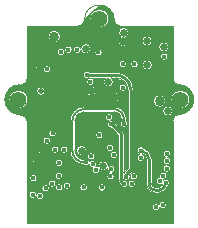
<source format=gbr>
G04 EasyPC Gerber Version 21.0.3 Build 4286 *
G04 #@! TF.Part,Single*
G04 #@! TF.FileFunction,Copper,L4,Inr *
G04 #@! TF.FilePolarity,Positive *
%FSLAX35Y35*%
%MOIN*%
%ADD10C,0.00001*%
%ADD17C,0.00800*%
%ADD19C,0.01000*%
%ADD16C,0.01100*%
G04 #@! TA.AperFunction,ViaPad*
%ADD12C,0.01700*%
%ADD14C,0.02000*%
%ADD13C,0.02600*%
%ADD15C,0.03400*%
G04 #@! TA.AperFunction,WasherPad*
%ADD11C,0.05500*%
X0Y0D02*
D02*
D10*
X63284Y41250D02*
G75*
G03X58284Y46250I-5000D01*
G01*
G75*
G02X56284Y48250J2000*
G01*
Y65750*
X38784*
G75*
G02X36784Y67750J2000*
G01*
G75*
G03X26784I-5000*
G01*
G75*
G02X24784Y65750I-2000*
G01*
X7784*
Y48250*
G75*
G02X5784Y46250I-2000*
G01*
X5284*
G75*
G03X250Y41216J-5034*
G01*
Y41216*
Y41215*
G75*
G03X5284Y36181I5034*
G01*
X5353*
G75*
G02X7784Y33750J-2431*
G01*
Y250*
X56284*
Y34250*
G75*
G02X58284Y36250I2000*
G01*
G75*
G03X63284Y41250J5000*
G01*
X42234Y53050D02*
G75*
G02X44734I1250D01*
G01*
G75*
G02X42234I-1250*
G01*
X53101Y14335D02*
G75*
G02X55234Y13450I883J-885D01*
G01*
G75*
G02X54728Y12445I-1250*
G01*
G75*
G02X51584Y10150I-3143J1005*
G01*
X50384*
G75*
G02X47384Y13150J3000*
G01*
Y21550*
G75*
G03X46279Y23211I-1800*
G01*
G75*
G02X45934Y23050I-694J1039*
G01*
G75*
G02X46834Y21850I-350J-1200*
G01*
G75*
G02X44334I-1250*
G01*
G75*
G02X45234Y23050I1250*
G01*
G75*
G02X44334Y24250I350J1200*
G01*
G75*
G02X46576Y25011I1250*
G01*
G75*
G02X49184Y21550I-991J-3461*
G01*
Y21550*
Y13150*
G75*
G03X50384Y11950I1200*
G01*
X51584*
G75*
G03X52928Y12782J1500*
G01*
G75*
G02X52767Y13165I1057J667*
G01*
G75*
G02X50634Y14050I-883J885*
G01*
G75*
G02X51963Y15298I1250*
G01*
G75*
G02X51834Y15850I1121J552*
G01*
G75*
G02X54334I1250*
G01*
G75*
G02X53006Y14602I-1250*
G01*
G75*
G02X53101Y14335I-1120J-552*
G01*
X51639Y6157D02*
G75*
G02X54134Y6050I1245J-107D01*
G01*
G75*
G02X51930Y5243I-1250*
G01*
G75*
G02X49434Y5350I-1245J107*
G01*
G75*
G02X51639Y6157I1250*
G01*
X45984Y60750D02*
G75*
G02X49384I1700D01*
G01*
G75*
G02X45984I-1700*
G01*
X46084Y52750D02*
G75*
G02X49484I1700D01*
G01*
G75*
G02X46084I-1700*
G01*
X49784Y40750D02*
G75*
G02X53984I2100D01*
G01*
G75*
G02X49784I-2100*
G01*
X52884Y37450D02*
G75*
G02X56284I1700D01*
G01*
G75*
G02X52884I-1700*
G01*
X54284Y19500D02*
G75*
G02X55534Y18250J-1250D01*
G01*
G75*
G02X53034I-1250*
G01*
G75*
G02X54284Y19500I1250*
G01*
X53034Y23189D02*
G75*
G02X55534I1250D01*
G01*
G75*
G02X54559Y21969I-1250*
G01*
G75*
G02X55534Y20750I-275J-1219*
G01*
G75*
G02X54284Y19500I-1250*
G01*
G75*
G02X53034Y20750J1250*
G01*
G75*
G02X54009Y21969I1250*
G01*
G75*
G02X53034Y23189I275J1219*
G01*
X51584Y58750D02*
G75*
G02X54984I1700D01*
G01*
G75*
G02X51584I-1700*
G01*
X52134Y55550D02*
G75*
G02X54634I1250D01*
G01*
G75*
G02X52134I-1250*
G01*
X55634Y41250D02*
G75*
G02X61934I3150D01*
G01*
G75*
G02X55634I-3150*
G01*
X38300Y60350D02*
G75*
G03X39384Y59265I1285J200D01*
G01*
Y58862*
G75*
G02X37896Y60350I200J1689*
G01*
X38300*
X38334Y53050D02*
G75*
G02X40834I1250D01*
G01*
G75*
G02X38334I-1250*
G01*
X38184Y63550D02*
G75*
G02X41584I1700D01*
G01*
G75*
G02X40516Y61972I-1700*
G01*
G75*
G02X41272Y60750I-932J-1422*
G01*
X40869*
G75*
G03X39784Y61835I-1285J-200*
G01*
Y61853*
G75*
G02X39384Y61925I101J1697*
G01*
Y61835*
G75*
G03X38300Y60750I200J-1285*
G01*
X37896*
G75*
G02X38952Y62128I1689J-200*
G01*
G75*
G02X38184Y63550I932J1422*
G01*
X40869Y60350D02*
X41272D01*
G75*
G02X39784Y58862I-1689J200*
G01*
Y59265*
G75*
G03X40869Y60350I-200J1285*
G01*
X28634Y68250D02*
G75*
G02X34934I3150D01*
G01*
G75*
G02X28634I-3150*
G01*
X30234Y56950D02*
G75*
G02X32734I1250D01*
G01*
G75*
G02X30234I-1250*
G01*
X10831Y9633D02*
G75*
G02X13234Y9150I1153J-483D01*
G01*
G75*
G02X10737Y9067I-1250*
G01*
G75*
G02X8334Y9550I-1153J483*
G01*
G75*
G02X10831Y9633I1250*
G01*
X8534Y15050D02*
G75*
G02X11034I1250D01*
G01*
G75*
G02X8534I-1250*
G01*
X9096Y21950D02*
G75*
G03X10584Y20462I1689J200D01*
G01*
Y20059*
G75*
G02X8694Y21950I200J2091*
G01*
X9096*
X8694Y22350D02*
G75*
G02X10584Y24241I2091J-200D01*
G01*
Y23838*
G75*
G03X9096Y22350I200J-1689*
G01*
X8694*
X10858Y50950D02*
G75*
G03X11484Y50324I827J201D01*
G01*
Y49916*
G75*
G02X10450Y50950I200J1234*
G01*
X10858*
X10884Y44050D02*
G75*
G02X13684I1400D01*
G01*
G75*
G02X10884I-1400*
G01*
X12472Y21950D02*
X12875D01*
G75*
G02X10984Y20059I-2091J200*
G01*
Y20462*
G75*
G03X12472Y21950I-200J1689*
G01*
X12634Y11650D02*
G75*
G02X15134I1250D01*
G01*
G75*
G02X12634I-1250*
G01*
X10984Y24241D02*
G75*
G02X12875Y22350I-200J-2091D01*
G01*
X12472*
G75*
G03X10984Y23838I-1689J-200*
G01*
Y24241*
X13034Y27550D02*
G75*
G02X15534I1250D01*
G01*
G75*
G02X13034I-1250*
G01*
X14834Y13250D02*
G75*
G02X17334I1250D01*
G01*
G75*
G02X14834I-1250*
G01*
X17134Y11950D02*
G75*
G02X19634I1250D01*
G01*
G75*
G02X17134I-1250*
G01*
X10450Y51350D02*
G75*
G02X11484Y52384I1234J-200D01*
G01*
Y51976*
G75*
G03X10858Y51350I201J-827*
G01*
X10450*
X12510Y50950D02*
X12918D01*
G75*
G02X11884Y49916I-1234J200*
G01*
Y50324*
G75*
G03X12510Y50950I-201J827*
G01*
X11884Y52384D02*
G75*
G02X12918Y51350I-200J-1234D01*
G01*
X12510*
G75*
G03X11884Y51976I-827J-201*
G01*
Y52384*
X13134Y51350D02*
G75*
G02X15634I1250D01*
G01*
G75*
G02X13134I-1250*
G01*
X14934Y29950D02*
G75*
G02X17434I1250D01*
G01*
G75*
G02X14934I-1250*
G01*
X15834Y24550D02*
G75*
G02X18334I1250D01*
G01*
G75*
G02X15834I-1250*
G01*
X17034Y15850D02*
G75*
G02X19534I1250D01*
G01*
G75*
G02X17034I-1250*
G01*
X17134Y20150D02*
G75*
G02X19634I1250D01*
G01*
G75*
G02X17134I-1250*
G01*
X14684Y62250D02*
G75*
G02X18884I2100D01*
G01*
G75*
G02X14684I-2100*
G01*
X17734Y57050D02*
G75*
G02X20234I1250D01*
G01*
G75*
G02X17734I-1250*
G01*
X18834Y24550D02*
G75*
G02X21334I1250D01*
G01*
G75*
G02X18834I-1250*
G01*
X19734Y12550D02*
G75*
G02X22234I1250D01*
G01*
G75*
G02X19734I-1250*
G01*
X20234Y57850D02*
G75*
G02X22734I1250D01*
G01*
G75*
G02X20234I-1250*
G01*
X40784Y34211D02*
G75*
G02X41234Y33250I-800J-961D01*
G01*
G75*
G02X38734I-1250*
G01*
G75*
G02X39184Y34211I1250*
G01*
Y34750*
G75*
G03X36684Y37250I-2500*
G01*
X26684*
G75*
G03X23584Y34150J-3100*
G01*
Y34150*
Y24250*
Y24250*
G75*
G03X26340Y21169I3100*
G01*
G75*
G02X28532Y20425I944J-819*
G01*
G75*
G02X30834Y19750I1052J-675*
G01*
G75*
G02X30581Y18996I-1250*
G01*
G75*
G02X31431Y18752I103J-1246*
G01*
G75*
G02X31384Y19150I1653J398*
G01*
G75*
G02X34784I1700*
G01*
G75*
G02X34729Y18720I-1700J-1*
G01*
G75*
G02X37034Y18050I1055J-670*
G01*
G75*
G02X35948Y16811I-1250*
G01*
G75*
G02X36734Y15650I-464J-1161*
G01*
G75*
G02X34234I-1250*
G01*
G75*
G02X35320Y16889I1250*
G01*
G75*
G02X34534Y18050I464J1161*
G01*
G75*
G02X34561Y18308I1250J1*
G01*
G75*
G02X31924Y17907I-1477J842*
G01*
G75*
G02X31934Y17750I-1239J-157*
G01*
G75*
G02X29434I-1250*
G01*
G75*
G02X29687Y18504I1250*
G01*
G75*
G02X28337Y19675I-103J1246*
G01*
G75*
G02X26311Y19565I-1052J675*
G01*
G75*
G02X21984Y24250I373J4685*
G01*
Y34150*
G75*
G02X26684Y38850I4700*
G01*
X36684*
G75*
G02X40784Y34750J-4100*
G01*
Y34750*
Y34211*
X43134Y17930D02*
G75*
G02X42816Y17220I-950J0D01*
G01*
G75*
G02X42728Y17151I-631J711*
G01*
X41823Y16245*
G75*
G02X42034Y15550I-1039J-696*
G01*
G75*
G02X40434Y14350I-1250*
G01*
G75*
G02X39884Y14683I350J1200*
G01*
Y14384*
G75*
G02X40434Y14350I200J-1234*
G01*
G75*
G02X41334Y13150I-350J-1200*
G01*
G75*
G02X38966Y12592I-1250*
G01*
G75*
G02X38084Y14250I1119J1658*
G01*
Y29578*
X35936Y31726*
G75*
G02X34434Y32950I-252J1224*
G01*
G75*
G02X35149Y34080I1250*
G01*
G75*
G02X33834Y35328I-65J1248*
G01*
G75*
G02X36334I1250*
G01*
G75*
G02X35619Y34198I-1250*
G01*
G75*
G02X36874Y33332I65J-1248*
G01*
X39620Y30586*
G75*
G02X39884Y29950I-634J-636*
G01*
Y29950*
Y16854*
G75*
G02X40113Y17222I902J-304*
G01*
X41234Y18343*
Y33250*
Y44550*
G75*
G03X37284Y48500I-3950*
G01*
X35803*
G75*
G02X36484Y47139I-1019J-1361*
G01*
G75*
G02X33084I-1700*
G01*
G75*
G02X33766Y48500I1700*
G01*
X28397*
G75*
G02X26334Y49450I-813J950*
G01*
G75*
G02X28397Y50400I1250*
G01*
X37284*
G75*
G02X43134Y44550J-5850*
G01*
Y17950*
Y17930*
X41334Y13150D02*
G75*
G02X43834I1250D01*
G01*
G75*
G02X41334I-1250*
G01*
X38334Y45250D02*
G75*
G02X40834I1250D01*
G01*
G75*
G02X38334I-1250*
G01*
X39669Y42050D02*
X40072D01*
G75*
G02X38584Y40562I-1689J200*
G01*
Y40965*
G75*
G03X39669Y42050I-200J1285*
G01*
X38584Y43938D02*
G75*
G02X40072Y42450I-200J-1689D01*
G01*
X39669*
G75*
G03X38584Y43535I-1285J-200*
G01*
Y43938*
X37100Y42050D02*
G75*
G03X38184Y40965I1285J200D01*
G01*
Y40562*
G75*
G02X36696Y42050I200J1689*
G01*
X37100*
X36696Y42450D02*
G75*
G02X38184Y43938I1689J-200D01*
G01*
Y43535*
G75*
G03X37100Y42450I200J-1285*
G01*
X36696*
X27800Y43850D02*
G75*
G03X28884Y42765I1285J200D01*
G01*
Y42362*
G75*
G02X27396Y43850I200J1689*
G01*
X27800*
X27396Y44250D02*
G75*
G02X28884Y45738I1689J-200D01*
G01*
Y45335*
G75*
G03X27800Y44250I200J-1285*
G01*
X27396*
X27534Y47139D02*
G75*
G02X30034I1250D01*
G01*
G75*
G02X27534I-1250*
G01*
X30369Y43850D02*
X30772D01*
G75*
G02X29284Y42362I-1689J200*
G01*
Y42765*
G75*
G03X30369Y43850I-200J1285*
G01*
X29284Y45738D02*
G75*
G02X30772Y44250I-200J-1689D01*
G01*
X30369*
G75*
G03X29284Y45335I-1285J-200*
G01*
Y45738*
X42034Y15650D02*
G75*
G02X44534I1250D01*
G01*
G75*
G02X42034I-1250*
G01*
X34134Y25150D02*
G75*
G02X36634I1250D01*
G01*
G75*
G02X34134I-1250*
G01*
X35334Y22750D02*
G75*
G02X37834I1250D01*
G01*
G75*
G02X35334I-1250*
G01*
X27834Y22290D02*
G75*
G02X30334I1250D01*
G01*
G75*
G02X27834I-1250*
G01*
X30534Y29350D02*
G75*
G02X33034I1250D01*
G01*
G75*
G02X30534I-1250*
G01*
X24162Y24250D02*
G75*
G02X27562I1700D01*
G01*
G75*
G02X24162I-1700*
G01*
X31434Y11950D02*
G75*
G02X33934I1250D01*
G01*
G75*
G02X31434I-1250*
G01*
X25334D02*
G75*
G02X27834I1250D01*
G01*
G75*
G02X25334I-1250*
G01*
X25585Y58198D02*
G75*
G02X28984Y58150I1699J-48D01*
G01*
G75*
G02X25631Y57756I-1700*
G01*
G75*
G02X23134Y57850I-1246J94*
G01*
G75*
G02X25585Y58198I1250*
G01*
X1634Y41250D02*
G75*
G02X7934I3150D01*
G01*
G75*
G02X1634I-3150*
G01*
X56284Y5700D02*
G36*
X54084D01*
G75*
G02X51930Y5243I-1200J350*
G01*
G75*
G02X49434Y5350I-1245J107*
G01*
G75*
G02X49484Y5700I1250*
G01*
X7784*
Y250*
X56284*
Y5700*
G37*
Y9350D02*
G36*
X13218D01*
G75*
G02X13234Y9150I-1235J-200*
G01*
G75*
G02X10737Y9067I-1250*
G01*
G75*
G02X8350Y9350I-1153J483*
G01*
X7784*
Y5700*
X49484*
G75*
G02X51639Y6157I1200J-350*
G01*
G75*
G02X54134Y6050I1245J-107*
G01*
G75*
G02X54084Y5700I-1250*
G01*
X56284*
Y9350*
G37*
Y11650D02*
G36*
X54350D01*
G75*
G02X51584Y10150I-2766J1800*
G01*
X50384*
G75*
G02X47786Y11650I0J3000*
G01*
X33898*
G75*
G02X31471I-1213J300*
G01*
X27798*
G75*
G02X25371I-1213J300*
G01*
X21852*
G75*
G02X20117I-867J900*
G01*
X19598*
G75*
G02X17171I-1213J300*
G01*
X15134*
G75*
G02X12634I-1250*
G01*
X7784*
Y9350*
X8350*
G75*
G02X8334Y9550I1235J200*
G01*
G75*
G02X10831Y9633I1250*
G01*
G75*
G02X13218Y9350I1153J-483*
G01*
X56284*
Y11650*
G37*
X19949Y13250D02*
G36*
X17334D01*
G75*
G02X14834I-1250*
G01*
X7784*
Y11650*
X12634*
G75*
G02X15134I1250*
G01*
X17171*
G75*
G02X17134Y11950I1213J300*
G01*
G75*
G02X19634I1250*
G01*
G75*
G02X19598Y11650I-1250J0*
G01*
X20117*
G75*
G02X19734Y12550I867J900*
G01*
G75*
G02X19949Y13250I1250J0*
G01*
G37*
X41338D02*
G36*
X41330D01*
G75*
G02X41334Y13150I-1244J-99*
G01*
G75*
G02X41338Y13250I1248J0*
G01*
G37*
X47786Y11650D02*
G36*
G75*
G02X47384Y13150I2598J1499D01*
G01*
Y13150*
Y13250*
X43830*
G75*
G02X43834Y13150I-1246J-99*
G01*
G75*
G02X41334I-1250*
G01*
G75*
G02X38966Y12592I-1250*
G01*
G75*
G02X38352Y13250I1119J1658*
G01*
X22020*
G75*
G02X22234Y12550I-1035J-700*
G01*
G75*
G02X21852Y11650I-1250*
G01*
X25371*
G75*
G02X25334Y11950I1213J300*
G01*
G75*
G02X27834I1250*
G01*
G75*
G02X27798Y11650I-1250J0*
G01*
X31471*
G75*
G02X31434Y11950I1213J300*
G01*
G75*
G02X33934I1250*
G01*
G75*
G02X33898Y11650I-1250J0*
G01*
X47786*
G37*
X50924Y13250D02*
G36*
X49184D01*
Y13150*
Y13150*
G75*
G03X50384Y11950I1200*
G01*
X51584*
G75*
G03X52928Y12782I0J1500*
G01*
G75*
G02X52767Y13165I1059J669*
G01*
G75*
G02X50924Y13250I-883J885*
G01*
G37*
X56284D02*
G36*
X55218D01*
G75*
G02X54728Y12445I-1233J200*
G01*
G75*
G02X54350Y11650I-3143J1004*
G01*
X56284*
Y13250*
G37*
X38084Y15050D02*
G36*
X36581D01*
G75*
G02X34388I-1096J600*
G01*
X19245*
G75*
G02X17324I-961J800*
G01*
X11034*
G75*
G02X8534I-1250*
G01*
X7784*
Y13250*
X14834*
G75*
G02X17334I1250*
G01*
X19949*
G75*
G02X22020I1035J-700*
G01*
X38352*
G75*
G02X38084Y14250I1732J1000*
G01*
Y15050*
G37*
X47384D02*
G36*
X44381D01*
G75*
G02X42188I-1096J600*
G01*
X41930*
G75*
G02X39884Y14683I-1146J500*
G01*
Y14384*
G75*
G02X41330Y13250I200J-1234*
G01*
X41338*
G75*
G02X43830I1246J-100*
G01*
X47384*
Y15050*
G37*
X50924Y13250D02*
G36*
G75*
G02X50634Y14050I961J800D01*
G01*
G75*
G02X51134Y15050I1250*
G01*
X49184*
Y13250*
X50924*
G37*
X56284Y15050D02*
G36*
X54045D01*
G75*
G02X53006Y14602I-961J800*
G01*
G75*
G02X53101Y14335I-1121J-552*
G01*
G75*
G02X55234Y13450I883J-885*
G01*
Y13450*
G75*
G02X55218Y13250I-1249J0*
G01*
X56284*
Y15050*
G37*
X34555Y17825D02*
G36*
X34149D01*
G75*
G02X32019I-1065J1325*
G01*
X31932*
G75*
G02X31934Y17753I-1207J-69*
G01*
G75*
G02Y17750I-1203J-2*
G01*
G75*
G02X29434I-1250*
G01*
Y17750*
G75*
G02X29437Y17825I1250J-2*
G01*
X7784*
Y15050*
X8534*
G75*
G02X11034I1250*
G01*
X17324*
G75*
G02X17034Y15850I961J800*
G01*
G75*
G02X19534I1250*
G01*
G75*
G02X19245Y15050I-1250J0*
G01*
X34388*
G75*
G02X34234Y15650I1096J600*
G01*
Y15650*
G75*
G02X35320Y16889I1250*
G01*
G75*
G02X34555Y17825I463J1161*
G01*
G37*
X38084Y15050D02*
G36*
Y17825D01*
X37014*
G75*
G02X35948Y16811I-1230J225*
G01*
G75*
G02X36734Y15650I-463J-1161*
G01*
G75*
G02X36581Y15050I-1250J0*
G01*
X38084*
G37*
X40716Y17825D02*
G36*
X39884D01*
Y16854*
G75*
G02X40113Y17222I900J-304*
G01*
X40716Y17825*
G37*
X47384D02*
G36*
X43128D01*
G75*
G02X42816Y17220I-946J106*
G01*
G75*
G02X42728Y17151I-572J635*
G01*
X41823Y16245*
G75*
G02X42034Y15550I-1039J-696*
G01*
G75*
G02X41930Y15050I-1250*
G01*
X42188*
G75*
G02X42034Y15650I1096J600*
G01*
G75*
G02X44534I1250*
G01*
G75*
G02X44381Y15050I-1250J0*
G01*
X47384*
Y17825*
G37*
X56284D02*
G36*
X55460D01*
G75*
G02X53109I-1176J425*
G01*
X49184*
Y15050*
X51134*
G75*
G02X51963Y15298I750J-1000*
G01*
G75*
G02X51834Y15850I1124J553*
G01*
G75*
G02X54334I1250*
G01*
G75*
G02X54045Y15050I-1250*
G01*
X56284*
Y17825*
G37*
X29437D02*
G36*
G75*
G02X29687Y18504I1247J-74D01*
G01*
G75*
G02X28337Y19675I-103J1246*
G01*
G75*
G02X26311Y19565I-1052J675*
G01*
G75*
G02X23285Y21005I374J4686*
G01*
X19296*
G75*
G02X19634Y20150I-912J-855*
G01*
G75*
G02X17134I-1250*
G01*
G75*
G02X17472Y21005I1250*
G01*
X12544*
G75*
G02X10984Y20059I-1760J1145*
G01*
Y20462*
G75*
G03X12041Y21005I-200J1689*
G01*
X9528*
G75*
G03X10584Y20462I1257J1146*
G01*
Y20059*
G75*
G02X9024Y21005I200J2090*
G01*
X7784*
Y17825*
X29437*
G37*
X32019D02*
G36*
G75*
G02X31924Y17907I1065J1324D01*
G01*
G75*
G02X31932Y17825I-1198J-156*
G01*
X32019*
G37*
X34555D02*
G36*
G75*
G02X34534Y18050I1230J225D01*
G01*
Y18050*
G75*
G02X34561Y18308I1255*
G01*
G75*
G02X34149Y17825I-1477J842*
G01*
X34555*
G37*
X38084Y21005D02*
G36*
X28349D01*
G75*
G02X28532Y20425I-1065J-655*
G01*
G75*
G02X30834Y19750I1052J-675*
G01*
Y19750*
G75*
G02X30581Y18996I-1249*
G01*
G75*
G02X31431Y18752I104J-1245*
G01*
G75*
G02X31384Y19149I1647J397*
G01*
G75*
G02Y19150I2051J0*
G01*
G75*
G02X34784I1700*
G01*
Y19150*
G75*
G02X34729Y18720I-1701*
G01*
G75*
G02X37034Y18050I1055J-670*
G01*
Y18050*
G75*
G02X37014Y17825I-1250J0*
G01*
X38084*
Y21005*
G37*
X41234D02*
G36*
X39884D01*
Y17825*
X40716*
X41234Y18343*
Y21005*
G37*
X47384D02*
G36*
X46505D01*
G75*
G02X44663I-921J845*
G01*
X43134*
Y17930*
G75*
G02X43128Y17825I-952J1*
G01*
X47384*
Y21005*
G37*
X56284D02*
G36*
X55508D01*
G75*
G02X55534Y20750I-1224J-254*
G01*
Y20750*
G75*
G02X54284Y19500I-1250*
G01*
G75*
G02X53034Y20750J1250*
G01*
G75*
G02X53061Y21005I1250J-1*
G01*
X49184*
Y17825*
X53109*
G75*
G02X53034Y18250I1176J425*
G01*
G75*
G02X54284Y19500I1250*
G01*
G75*
G02X55534Y18250J-1250*
G01*
G75*
G02X55460Y17825I-1250J0*
G01*
X56284*
Y21005*
G37*
X23285D02*
G36*
G75*
G02X22575Y21969I3400J3246D01*
G01*
X7784*
Y21005*
X9024*
G75*
G02X8694Y21950I1760J1145*
G01*
X9096*
G75*
G03X9528Y21005I1689J200*
G01*
X12041*
G75*
G03X12472Y21950I-1257J1146*
G01*
X12875*
G75*
G02X12544Y21005I-2091J200*
G01*
X17472*
G75*
G02X19296I912J-855*
G01*
X23285*
G37*
X38084Y21969D02*
G36*
X37561D01*
G75*
G02X35608I-976J781*
G01*
X30293*
G75*
G02X27876I-1208J321*
G01*
X24585*
G75*
G03X26340Y21169I2100J2281*
G01*
G75*
G02X28349Y21005I944J-819*
G01*
X38084*
Y21969*
G37*
X41234D02*
G36*
X39884D01*
Y21005*
X41234*
Y21969*
G37*
X44340D02*
G36*
X43134D01*
Y21005*
X44663*
G75*
G02X44334Y21850I921J845*
G01*
G75*
G02X44340Y21969I1250J2*
G01*
G37*
X47384Y21005D02*
G36*
Y21550D01*
Y21550*
G75*
G03X47335Y21969I-1800J-1*
G01*
X46829*
G75*
G02X46834Y21850I-1244J-117*
G01*
G75*
G02X46505Y21005I-1250*
G01*
X47384*
G37*
X53061D02*
G36*
G75*
G02X54009Y21969I1224J-255D01*
G01*
X49160*
G75*
G02X49184Y21550I-3576J-419*
G01*
Y21550*
Y21005*
X53061*
G37*
X56284Y21969D02*
G36*
X54559D01*
G75*
G02X55508Y21005I-274J-1219*
G01*
X56284*
Y21969*
G37*
X22575D02*
G36*
G75*
G02X22082Y23295I4110J2282D01*
G01*
X12544*
G75*
G02X12875Y22350I-1760J-1145*
G01*
X12472*
G75*
G03X12041Y23295I-1689J-200*
G01*
X9528*
G75*
G03X9096Y22350I1257J-1146*
G01*
X8694*
G75*
G02X9024Y23295I2091J-200*
G01*
X7784*
Y21969*
X22575*
G37*
X27876D02*
G36*
G75*
G02X27834Y22290I1208J320D01*
G01*
G75*
G02X28341Y23295I1250*
G01*
X27269*
G75*
G02X24456I-1407J955*
G01*
X23735*
G75*
G03X24585Y21969I2949J954*
G01*
X27876*
G37*
X35459Y23295D02*
G36*
X29828D01*
G75*
G02X30334Y22290I-743J-1005*
G01*
G75*
G02X30293Y21969I-1250J0*
G01*
X35608*
G75*
G02X35334Y22750I976J780*
G01*
G75*
G02X35459Y23295I1250*
G01*
G37*
X38084D02*
G36*
X37709D01*
G75*
G02X37834Y22750I-1125J-545*
G01*
G75*
G02X37561Y21969I-1250J0*
G01*
X38084*
Y23295*
G37*
X41234D02*
G36*
X39884D01*
Y21969*
X41234*
Y23295*
G37*
X44778D02*
G36*
X43134D01*
Y21969*
X44340*
G75*
G02X45234Y23050I1244J-119*
G01*
G75*
G02X44778Y23295I350J1200*
G01*
G37*
X47335Y21969D02*
G36*
G75*
G03X46279Y23211I-1750J-419D01*
G01*
G75*
G02X45934Y23050I-701J1054*
G01*
G75*
G02X46829Y21969I-350J-1200*
G01*
X47335*
G37*
X53039Y23295D02*
G36*
X48733D01*
G75*
G02X49160Y21969I-3148J-1745*
G01*
X54009*
G75*
G02X53034Y23188I275J1219*
G01*
Y23189*
G75*
G02X53039Y23295I1250J-2*
G01*
G37*
X56284D02*
G36*
X55530D01*
G75*
G02X55534Y23189I-1245J-109*
G01*
G75*
G02X54559Y21969I-1250J0*
G01*
X56284*
Y23295*
G37*
X22082D02*
G36*
G75*
G02X21984Y24250I4603J955D01*
G01*
Y24550*
X21334*
G75*
G02X18834I-1250*
G01*
X18334*
G75*
G02X15834I-1250*
G01*
X7784*
Y23295*
X9024*
G75*
G02X10584Y24241I1760J-1145*
G01*
Y23838*
G75*
G03X9528Y23295I200J-1689*
G01*
X12041*
G75*
G03X10984Y23838I-1257J-1146*
G01*
Y24241*
G75*
G02X12544Y23295I-200J-2090*
G01*
X22082*
G37*
X24189Y24550D02*
G36*
X23584D01*
Y24250*
Y24250*
G75*
G03X23735Y23295I3100J1*
G01*
X24456*
G75*
G02X24162Y24250I1407J955*
G01*
G75*
G02X24189Y24550I1700J0*
G01*
G37*
X38084D02*
G36*
X36481D01*
G75*
G02X34288I-1096J600*
G01*
X27535*
G75*
G02X27562Y24250I-1673J-300*
G01*
G75*
G02X27269Y23295I-1700*
G01*
X28341*
G75*
G02X29828I743J-1006*
G01*
X35459*
G75*
G02X37709I1125J-545*
G01*
X38084*
Y24550*
G37*
X41234D02*
G36*
X39884D01*
Y23295*
X41234*
Y24550*
G37*
X44778Y23295D02*
G36*
G75*
G02X44334Y24250I807J955D01*
G01*
G75*
G02X44371Y24550I1250J0*
G01*
X43134*
Y23295*
X44778*
G37*
X56284Y24550D02*
G36*
X47574D01*
G75*
G02X48733Y23295I-1990J-3001*
G01*
X53039*
G75*
G02X55530I1245J-107*
G01*
X56284*
Y24550*
G37*
X21984Y27550D02*
G36*
X15534D01*
G75*
G02X13034I-1250*
G01*
X7784*
Y24550*
X15834*
G75*
G02X18334I1250*
G01*
X18834*
G75*
G02X21334I1250*
G01*
X21984*
Y27550*
G37*
X38084D02*
G36*
X23584D01*
Y24550*
X24189*
G75*
G02X27535I1673J-300*
G01*
X34288*
G75*
G02X34134Y25150I1096J600*
G01*
G75*
G02X36634I1250*
G01*
G75*
G02X36481Y24550I-1250J0*
G01*
X38084*
Y27550*
G37*
X41234D02*
G36*
X39884D01*
Y24550*
X41234*
Y27550*
G37*
X56284D02*
G36*
X43134D01*
Y24550*
X44371*
G75*
G02X46576Y25011I1213J-300*
G01*
G75*
G02X47574Y24550I-992J-3460*
G01*
X56284*
Y27550*
G37*
X21984Y29950D02*
G36*
X17434D01*
G75*
G02X14934I-1250*
G01*
X7784*
Y27550*
X13034*
G75*
G02X15534I1250*
G01*
X21984*
Y29950*
G37*
X37712D02*
G36*
X32881D01*
G75*
G02X33034Y29350I-1096J-600*
G01*
G75*
G02X30534I-1250*
G01*
G75*
G02X30688Y29950I1250J0*
G01*
X23584*
Y27550*
X38084*
Y29578*
X37712Y29950*
G37*
X41234D02*
G36*
X39884D01*
Y27550*
X41234*
Y29950*
G37*
X56284D02*
G36*
X43134D01*
Y27550*
X56284*
Y29950*
G37*
X23337Y37450D02*
G36*
X1943D01*
G75*
G03X5284Y36181I3341J3765*
G01*
X5353*
G75*
G02X7784Y33750J-2431*
G01*
Y29950*
X14934*
G75*
G02X17434I1250*
G01*
X21984*
Y34150*
G75*
G02X23337Y37450I4700J0*
G01*
G37*
X41234D02*
G36*
X39769D01*
G75*
G02X40784Y34750I-3085J-2701*
G01*
Y34750*
Y34211*
G75*
G02X41234Y33250I-801J-961*
G01*
G75*
G02X38734I-1250*
G01*
G75*
G02X39184Y34211I1251J0*
G01*
Y34750*
G75*
G03X36684Y37250I-2500*
G01*
X26684*
G75*
G03X23584Y34150J-3100*
G01*
Y34150*
Y29950*
X30688*
G75*
G02X32881I1096J-600*
G01*
X37712*
X35936Y31726*
G75*
G02X34434Y32950I-252J1224*
G01*
G75*
G02X35149Y34080I1250*
G01*
G75*
G02X33834Y35328I-65J1248*
G01*
G75*
G02X36334I1250*
G01*
Y35328*
G75*
G02X35619Y34198I-1249*
G01*
G75*
G02X36874Y33332I64J-1249*
G01*
X39620Y30586*
G75*
G02X39884Y29950I-634J-636*
G01*
Y29950*
X41234*
Y33250*
Y37450*
G37*
X61534D02*
G36*
X56284D01*
G75*
G02X52884I-1700*
G01*
X43134*
Y29950*
X56284*
Y34250*
G75*
G02X58284Y36250I2000*
G01*
G75*
G03X61534Y37450I0J5000*
G01*
G37*
X41234Y40750D02*
G36*
X39184D01*
G75*
G02X38584Y40562I-800J1500*
G01*
Y40750*
X38184*
Y40562*
G75*
G02X37585Y40750I200J1688*
G01*
X7894*
G75*
G02X1674I-3110J500*
G01*
X272*
G75*
G03X1943Y37450I5012J465*
G01*
X23337*
G75*
G02X26684Y38850I3347J-3300*
G01*
X36684*
G75*
G02X39769Y37450I0J-4100*
G01*
X41234*
Y40750*
G37*
X63259D02*
G36*
X61894D01*
G75*
G02X55674I-3110J500*
G01*
X53984*
G75*
G02X49784I-2100*
G01*
X43134*
Y37450*
X52884*
G75*
G02X56284I1700*
G01*
X61534*
G75*
G03X63259Y40750I-3250J3799*
G01*
G37*
X1674D02*
G36*
G75*
G02X1634Y41250I3110J499D01*
G01*
G75*
G02X2306Y43194I3150J0*
G01*
X655*
G75*
G03X250Y41216I4630J-1979*
G01*
Y41216*
Y41215*
Y41214*
G75*
G03X272Y40750I5034J2*
G01*
X1674*
G37*
X41234Y43194D02*
G36*
X39798D01*
G75*
G02X40072Y42450I-1414J-945*
G01*
X39669*
G75*
G03X39278Y43194I-1285J-200*
G01*
X37491*
G75*
G03X37100Y42450I894J-944*
G01*
X36696*
G75*
G02X36971Y43194I1689J-201*
G01*
X30553*
G75*
G02X29284Y42362I-1469J856*
G01*
Y42765*
G75*
G03X30063Y43194I-200J1285*
G01*
X28106*
G75*
G03X28884Y42765I979J856*
G01*
Y42362*
G75*
G02X27616Y43194I201J1689*
G01*
X13392*
G75*
G02X11176I-1108J856*
G01*
X7263*
G75*
G02X7934Y41250I-2478J-1944*
G01*
G75*
G02X7894Y40750I-3150J-1*
G01*
X37585*
G75*
G02X36696Y42050I800J1501*
G01*
X37100*
G75*
G03X38184Y40965I1285J200*
G01*
Y40750*
X38584*
Y40965*
G75*
G03X39669Y42050I-200J1285*
G01*
X40072*
G75*
G02X39184Y40750I-1689J201*
G01*
X41234*
Y43194*
G37*
X55674Y40750D02*
G36*
G75*
G02X55634Y41250I3110J499D01*
G01*
G75*
G02X56306Y43194I3150J0*
G01*
X43134*
Y40750*
X49784*
G75*
G02X53984I2100*
G01*
X55674*
G37*
X61894D02*
G36*
X63259D01*
G75*
G03X63284Y41249I-4973J501*
G01*
Y41250*
Y41251*
G75*
G03X62891Y43194I-5000J0*
G01*
X61263*
G75*
G02X61934Y41250I-2478J-1944*
G01*
G75*
G02X61894Y40750I-3150J-1*
G01*
G37*
X2306Y43194D02*
G36*
G75*
G02X3341Y44050I2479J-1944D01*
G01*
X1124*
G75*
G03X655Y43194I4161J-2834*
G01*
X2306*
G37*
X10884Y44050D02*
G36*
X6227D01*
G75*
G02X7263Y43194I-1443J-2800*
G01*
X11176*
G75*
G02X10884Y44050I1108J856*
G01*
G37*
X41234D02*
G36*
X39934D01*
G75*
G02X39234I-350J1200*
G01*
X13684*
G75*
G02X13392Y43194I-1400*
G01*
X27616*
G75*
G02X27396Y43850I1469J857*
G01*
X27800*
G75*
G03X28106Y43194I1285J200*
G01*
X30063*
G75*
G03X30369Y43850I-979J856*
G01*
X30772*
G75*
G02X30553Y43194I-1689J201*
G01*
X36971*
G75*
G02X38184Y43938I1414J-944*
G01*
Y43535*
G75*
G03X37491Y43194I200J-1285*
G01*
X39278*
G75*
G03X38584Y43535I-894J-944*
G01*
Y43938*
G75*
G02X39798Y43194I-201J-1689*
G01*
X41234*
Y44050*
G37*
X56306Y43194D02*
G36*
G75*
G02X57341Y44050I2479J-1944D01*
G01*
X43134*
Y43194*
X56306*
G37*
X61263D02*
G36*
X62891D01*
G75*
G03X62427Y44050I-4607J-1944*
G01*
X60227*
G75*
G02X61263Y43194I-1443J-2800*
G01*
G37*
X10884Y44050D02*
G36*
G75*
G02X11250Y44994I1400D01*
G01*
X1957*
G75*
G03X1124Y44050I3327J-3779*
G01*
X3341*
G75*
G02X6227I1443J-2800*
G01*
X10884*
G37*
X38361Y44994D02*
G36*
X30498D01*
G75*
G02X30772Y44250I-1414J-945*
G01*
X30369*
G75*
G03X29978Y44994I-1285J-200*
G01*
X28191*
G75*
G03X27800Y44250I894J-944*
G01*
X27396*
G75*
G02X27671Y44994I1689J-201*
G01*
X13318*
G75*
G02X13684Y44050I-1034J-944*
G01*
X39234*
G75*
G02X38361Y44994I350J1200*
G01*
G37*
X41234Y44050D02*
G36*
Y44550D01*
G75*
G03X41209Y44994I-3951J-2*
G01*
X40808*
G75*
G02X39934Y44050I-1224J256*
G01*
X41234*
G37*
X61598Y44994D02*
G36*
X43117D01*
G75*
G02X43134Y44550I-5835J-445*
G01*
Y44050*
X57341*
G75*
G02X60227I1443J-2800*
G01*
X62427*
G75*
G03X61598Y44994I-4143J-2799*
G01*
G37*
X41209D02*
G36*
G75*
G03X40267Y47139I-3925J-444D01*
G01*
X36484*
G75*
G02X33084I-1700*
G01*
X30034*
G75*
G02X27534I-1250*
G01*
X7447*
G75*
G02X5784Y46250I-1663J1111*
G01*
X5284*
G75*
G03X1957Y44994I0J-5035*
G01*
X11250*
G75*
G02X13318I1034J-944*
G01*
X27671*
G75*
G02X28884Y45738I1414J-944*
G01*
Y45335*
G75*
G03X28191Y44994I200J-1285*
G01*
X29978*
G75*
G03X29284Y45335I-894J-944*
G01*
Y45738*
G75*
G02X30498Y44994I-201J-1689*
G01*
X38361*
G75*
G02X38334Y45250I1224J256*
G01*
G75*
G02X40834I1250*
G01*
G75*
G02X40808Y44994I-1250J0*
G01*
X41209*
G37*
X56621Y47139D02*
G36*
X42530D01*
G75*
G02X43117Y44994I-5246J-2589*
G01*
X61598*
G75*
G03X58284Y46250I-3314J-3744*
G01*
G75*
G02X56621Y47139J2000*
G01*
G37*
X33084D02*
G36*
G75*
G02X33766Y48500I1700D01*
G01*
X28397*
G75*
G02X26334Y49450I-813J950*
G01*
G75*
G02X26812Y50433I1250*
G01*
X15234*
G75*
G02X13535I-850J917*
G01*
X12708*
G75*
G02X11884Y49916I-1024J717*
G01*
Y50324*
G75*
G03X12140Y50433I-201J827*
G01*
X11228*
G75*
G03X11484Y50324I457J718*
G01*
Y49916*
G75*
G02X10660Y50433I200J1234*
G01*
X7784*
Y48250*
G75*
G02X7447Y47139I-2000*
G01*
X27534*
G75*
G02X30034I1250*
G01*
X33084*
G37*
X56284Y50433D02*
G36*
X28357D01*
G75*
G02X28397Y50400I-772J-979*
G01*
X37284*
G75*
G02X42530Y47139J-5850*
G01*
X56621*
G75*
G02X56284Y48250I1663J1111*
G01*
Y50433*
G37*
X40267Y47139D02*
G36*
G75*
G03X37284Y48500I-2983J-2590D01*
G01*
X35803*
G75*
G02X36484Y47139I-1019J-1361*
G01*
X40267*
G37*
X56284Y51867D02*
G36*
X49237D01*
G75*
G02X46331I-1453J883*
G01*
X43888*
G75*
G02X43081I-404J1183*
G01*
X39988*
G75*
G02X39181I-404J1183*
G01*
X15522*
G75*
G02X15634Y51350I-1138J-517*
G01*
G75*
G02X15234Y50433I-1250*
G01*
X26812*
G75*
G02X28357I772J-983*
G01*
X56284*
Y51867*
G37*
X13246D02*
G36*
X12708D01*
G75*
G02X12918Y51350I-1024J-717*
G01*
X12510*
G75*
G03X12140Y51867I-827J-201*
G01*
X11228*
G75*
G03X10858Y51350I457J-718*
G01*
X10450*
G75*
G02X10660Y51867I1234J-200*
G01*
X7784*
Y50433*
X10660*
G75*
G02X10450Y50950I1024J717*
G01*
X10858*
G75*
G03X11228Y50433I827J201*
G01*
X12140*
G75*
G03X12510Y50950I-457J718*
G01*
X12918*
G75*
G02X12708Y50433I-1234J200*
G01*
X13535*
G75*
G02X13134Y51350I850J917*
G01*
G75*
G02X13246Y51867I1250*
G01*
G37*
X38334Y53050D02*
G36*
X7784D01*
Y51867*
X10660*
G75*
G02X11484Y52384I1024J-717*
G01*
Y51976*
G75*
G03X11228Y51867I201J-827*
G01*
X12140*
G75*
G03X11884Y51976I-457J-718*
G01*
Y52384*
G75*
G02X12708Y51867I-200J-1234*
G01*
X13246*
G75*
G02X15522I1138J-517*
G01*
X39181*
G75*
G02X38334Y53050I404J1183*
G01*
G37*
X42234D02*
G36*
X40834D01*
G75*
G02X39988Y51867I-1250*
G01*
X43081*
G75*
G02X42234Y53050I404J1183*
G01*
G37*
X46111D02*
G36*
X44734D01*
G75*
G02X43888Y51867I-1250*
G01*
X46331*
G75*
G02X46084Y52750I1453J883*
G01*
G75*
G02X46111Y53050I1700J0*
G01*
G37*
X56284D02*
G36*
X49457D01*
G75*
G02X49484Y52750I-1673J-300*
G01*
G75*
G02X49237Y51867I-1700*
G01*
X56284*
Y53050*
G37*
Y55550D02*
G36*
X54634D01*
G75*
G02X52134I-1250*
G01*
X7784*
Y53050*
X38334*
G75*
G02X40834I1250*
G01*
X42234*
G75*
G02X44734I1250*
G01*
X46111*
G75*
G02X49457I1673J-300*
G01*
X56284*
Y55550*
G37*
Y56950D02*
G36*
X32734D01*
G75*
G02X30234I-1250*
G01*
X28488*
G75*
G02X26080I-1204J1200*
G01*
X25252*
G75*
G02X23517I-868J900*
G01*
X22352*
G75*
G02X20617I-867J900*
G01*
X20230*
G75*
G02X17738I-1246J100*
G01*
X7784*
Y55550*
X52134*
G75*
G02X54634I1250*
G01*
X56284*
Y56950*
G37*
Y58750D02*
G36*
X54984D01*
G75*
G02X51584I-1700*
G01*
X28875*
G75*
G02X28984Y58150I-1591J-600*
G01*
G75*
G02X28488Y56950I-1700J0*
G01*
X30234*
G75*
G02X32734I1250*
G01*
X56284*
Y58750*
G37*
X20617D02*
G36*
X7784D01*
Y56950*
X17738*
G75*
G02X17734Y57050I1246J99*
G01*
G75*
G02X20234I1250*
G01*
G75*
G02X20230Y56950I-1250J-1*
G01*
X20617*
G75*
G02X20234Y57850I867J900*
G01*
G75*
G02X20617Y58750I1250*
G01*
G37*
X23517D02*
G36*
X22352D01*
G75*
G02X22734Y57850I-867J-900*
G01*
G75*
G02X22352Y56950I-1250*
G01*
X23517*
G75*
G02X23134Y57850I868J900*
G01*
G75*
G02X23517Y58750I1250*
G01*
G37*
X26080Y56950D02*
G36*
G75*
G02X25631Y57756I1204J1200D01*
G01*
G75*
G02X25252Y56950I-1246J94*
G01*
X26080*
G37*
X25694Y58750D02*
G36*
X25252D01*
G75*
G02X25585Y58198I-868J-900*
G01*
G75*
G02X25694Y58750I1699J-47*
G01*
G37*
G36*
G75*
G02X26407Y59606I1591J-600*
G01*
X7784*
Y58750*
X20617*
G75*
G02X22352I867J-900*
G01*
X23517*
G75*
G02X25252I868J-900*
G01*
X25694*
G37*
X51584D02*
G36*
G75*
G02X51815Y59606I1700D01*
G01*
X48942*
G75*
G02X46427I-1257J1144*
G01*
X40998*
G75*
G02X39784Y58862I-1414J944*
G01*
Y59265*
G75*
G03X40478Y59606I-200J1285*
G01*
X38691*
G75*
G03X39384Y59265I894J944*
G01*
Y58862*
G75*
G02X38171Y59606I201J1689*
G01*
X28161*
G75*
G02X28875Y58750I-877J-1456*
G01*
X51584*
G37*
X56284Y59606D02*
G36*
X54753D01*
G75*
G02X54984Y58750I-1469J-856*
G01*
X56284*
Y59606*
G37*
X45984Y60750D02*
G36*
X41272D01*
X40869*
X38300*
X37896*
X18254*
G75*
G02X15315I-1470J1500*
G01*
X7784*
Y59606*
X26407*
G75*
G02X28161I877J-1456*
G01*
X38171*
G75*
G02X37896Y60350I1414J945*
G01*
X38300*
G75*
G03X38691Y59606I1285J200*
G01*
X40478*
G75*
G03X40869Y60350I-894J944*
G01*
X41272*
G75*
G02X40998Y59606I-1689J201*
G01*
X46427*
G75*
G02X45984Y60750I1257J1144*
G01*
G37*
X56284D02*
G36*
X49384D01*
G75*
G02X48942Y59606I-1700*
G01*
X51815*
G75*
G02X54753I1469J-856*
G01*
X56284*
Y60750*
G37*
X36759Y68250D02*
G36*
X34934D01*
G75*
G02X28634I-3150*
G01*
X26809*
G75*
G03X26784Y67750I4975J-501*
G01*
G75*
G02X24784Y65750I-2000*
G01*
X7784*
Y60750*
X15315*
G75*
G02X14684Y62250I1470J1500*
G01*
G75*
G02X18884I2100*
G01*
G75*
G02X18254Y60750I-2100*
G01*
X37896*
G75*
G02X38952Y62128I1689J-201*
G01*
G75*
G02X38184Y63550I932J1422*
G01*
G75*
G02X41584I1700*
G01*
G75*
G02X40516Y61972I-1701J0*
G01*
G75*
G02X41272Y60750I-934J-1423*
G01*
X45984*
G75*
G02X49384I1700*
G01*
X56284*
Y65750*
X38784*
G75*
G02X36784Y67750J2000*
G01*
G75*
G03X36759Y68250I-5000J-1*
G01*
G37*
X40869Y60750D02*
G36*
G75*
G03X39784Y61835I-1285J-200D01*
G01*
Y61853*
G75*
G02X39384Y61925I105J1718*
G01*
Y61835*
G75*
G03X38300Y60750I200J-1285*
G01*
X40869*
G37*
X31784Y72750D02*
G36*
G75*
G03X26809Y68250J-5000D01*
G01*
X28634*
G75*
G02X34934I3150*
G01*
X36759*
G75*
G03X31784Y72750I-4975J-500*
G01*
G37*
D02*
D11*
X4784Y41250D03*
X31784Y68250D03*
X58784Y41250D03*
D02*
D12*
X9584Y9550D03*
X9784Y15050D03*
X11684Y51150D03*
X11984Y9150D03*
X13884Y11650D03*
X14284Y27550D03*
X14384Y51350D03*
X16084Y13250D03*
X16184Y29950D03*
X17084Y24550D03*
X18284Y15850D03*
X18384Y11950D03*
Y20150D03*
X18984Y57050D03*
X20084Y24550D03*
X20984Y12550D03*
X21484Y57850D03*
X24384D03*
X26584Y11950D03*
X27284Y20350D03*
X27584Y49450D03*
X28784Y47139D03*
X29084Y22290D03*
X29584Y19750D03*
X30684Y17750D03*
X31484Y56950D03*
X31784Y29350D03*
X32684Y11950D03*
X35084Y35328D03*
X35384Y25150D03*
X35484Y15650D03*
X35684Y32950D03*
X35784Y18050D03*
X36584Y22750D03*
X39584Y45250D03*
Y53050D03*
X39984Y33250D03*
X40084Y13150D03*
X40784Y15550D03*
X42584Y13150D03*
X43284Y15650D03*
X43484Y53050D03*
X45584Y21850D03*
Y24250D03*
X50684Y5350D03*
X51884Y14050D03*
X52884Y6050D03*
X53084Y15850D03*
X53384Y55550D03*
X53984Y13450D03*
X54284Y18250D03*
Y20750D03*
Y23189D03*
D02*
D13*
X25862Y24250D03*
X27284Y58150D03*
X29084Y44050D03*
X33084Y19150D03*
X34784Y47139D03*
X38384Y42250D03*
X39584Y60550D03*
X39884Y63550D03*
X47684Y60750D03*
X47784Y52750D03*
X53284Y58750D03*
X54584Y37450D03*
D02*
D14*
X12284Y44050D03*
D02*
D15*
X10784Y22150D03*
X16784Y62250D03*
X51884Y40750D03*
D02*
D16*
X27584Y49450D02*
X37284D01*
G75*
G02X42184Y44550J-4900*
G01*
Y17930*
X40784Y15550D02*
Y16550D01*
X42184Y17950*
Y17930*
D02*
D17*
X39984Y33250D02*
G75*
G03Y33850I-300J300D01*
G01*
Y34750*
G75*
G03X36684Y38050I-3300*
G01*
X26684*
G75*
G03X22784Y34150J-3900*
G01*
Y24250*
G75*
G03X26684Y20350I3900*
G01*
X27284*
D02*
D19*
X35684Y32950D02*
X35984D01*
X38984Y29950*
Y14250*
G75*
G03X40084Y13150I1100*
G01*
X53984Y13450D02*
G75*
G02X51584Y11050I-2400D01*
G01*
X50384*
G75*
G02X48284Y13150J2100*
G01*
Y21550*
G75*
G03X45584Y24250I-2700*
G01*
X0Y0D02*
M02*

</source>
